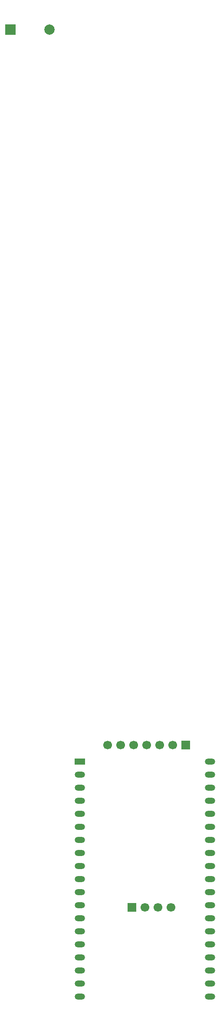
<source format=gbr>
%TF.GenerationSoftware,KiCad,Pcbnew,9.0.6-9.0.6~ubuntu24.04.1*%
%TF.CreationDate,2025-12-05T21:36:51+01:00*%
%TF.ProjectId,pcb,7063622e-6b69-4636-9164-5f7063625858,rev?*%
%TF.SameCoordinates,Original*%
%TF.FileFunction,Soldermask,Top*%
%TF.FilePolarity,Negative*%
%FSLAX46Y46*%
G04 Gerber Fmt 4.6, Leading zero omitted, Abs format (unit mm)*
G04 Created by KiCad (PCBNEW 9.0.6-9.0.6~ubuntu24.04.1) date 2025-12-05 21:36:51*
%MOMM*%
%LPD*%
G01*
G04 APERTURE LIST*
%ADD10C,2.000000*%
%ADD11R,2.000000X2.000000*%
%ADD12R,2.000000X1.200000*%
%ADD13O,2.000000X1.200000*%
%ADD14R,1.700000X1.700000*%
%ADD15C,1.700000*%
G04 APERTURE END LIST*
D10*
%TO.C,BZ1*%
X10075000Y-6275000D03*
D11*
X2475000Y-6275000D03*
%TD*%
D12*
%TO.C,U1*%
X16000000Y-148680000D03*
D13*
X16000000Y-151220000D03*
X16000000Y-153760000D03*
X16000000Y-156300000D03*
X16000000Y-158840000D03*
X16000000Y-161380000D03*
X16000000Y-163920000D03*
X16000000Y-166460000D03*
X16000000Y-169000000D03*
X16000000Y-171540000D03*
X16000000Y-174080000D03*
X16000000Y-176620000D03*
X16000000Y-179160000D03*
X16000000Y-181700000D03*
X16000000Y-184240000D03*
X16000000Y-186780000D03*
X16000000Y-189320000D03*
X16000000Y-191860000D03*
X16000000Y-194400000D03*
X41396320Y-194397280D03*
X41396320Y-191857280D03*
X41400000Y-189320000D03*
X41400000Y-186780000D03*
X41400000Y-184240000D03*
X41400000Y-181700000D03*
X41400000Y-179160000D03*
X41400000Y-176620000D03*
X41400000Y-174080000D03*
X41400000Y-171540000D03*
X41400000Y-169000000D03*
X41400000Y-166460000D03*
X41400000Y-163920000D03*
X41400000Y-161380000D03*
X41400000Y-158840000D03*
X41400000Y-156300000D03*
X41400000Y-153760000D03*
X41400000Y-151220000D03*
X41400000Y-148680000D03*
%TD*%
D14*
%TO.C,J1*%
X36700000Y-145500000D03*
D15*
X34160000Y-145500000D03*
X31620000Y-145500000D03*
X29080000Y-145500000D03*
X26540000Y-145500000D03*
X24000000Y-145500000D03*
X21460000Y-145500000D03*
%TD*%
D14*
%TO.C,J2*%
X26200000Y-177025000D03*
D15*
X28740000Y-177025000D03*
X31280000Y-177025000D03*
X33820000Y-177025000D03*
%TD*%
M02*

</source>
